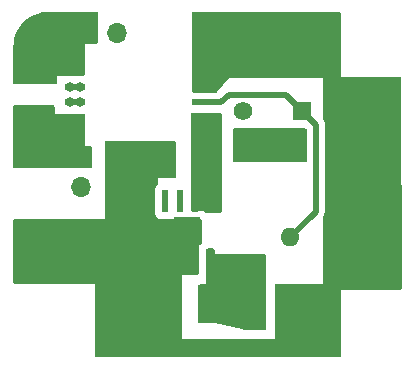
<source format=gtl>
G04 #@! TF.GenerationSoftware,KiCad,Pcbnew,(6.0.7-1)-1*
G04 #@! TF.CreationDate,2024-09-04T01:05:31+05:30*
G04 #@! TF.ProjectId,voltage_sensor,766f6c74-6167-4655-9f73-656e736f722e,rev?*
G04 #@! TF.SameCoordinates,Original*
G04 #@! TF.FileFunction,Copper,L1,Top*
G04 #@! TF.FilePolarity,Positive*
%FSLAX46Y46*%
G04 Gerber Fmt 4.6, Leading zero omitted, Abs format (unit mm)*
G04 Created by KiCad (PCBNEW (6.0.7-1)-1) date 2024-09-04 01:05:31*
%MOMM*%
%LPD*%
G01*
G04 APERTURE LIST*
G04 Aperture macros list*
%AMRoundRect*
0 Rectangle with rounded corners*
0 $1 Rounding radius*
0 $2 $3 $4 $5 $6 $7 $8 $9 X,Y pos of 4 corners*
0 Add a 4 corners polygon primitive as box body*
4,1,4,$2,$3,$4,$5,$6,$7,$8,$9,$2,$3,0*
0 Add four circle primitives for the rounded corners*
1,1,$1+$1,$2,$3*
1,1,$1+$1,$4,$5*
1,1,$1+$1,$6,$7*
1,1,$1+$1,$8,$9*
0 Add four rect primitives between the rounded corners*
20,1,$1+$1,$2,$3,$4,$5,0*
20,1,$1+$1,$4,$5,$6,$7,0*
20,1,$1+$1,$6,$7,$8,$9,0*
20,1,$1+$1,$8,$9,$2,$3,0*%
G04 Aperture macros list end*
G04 #@! TA.AperFunction,ComponentPad*
%ADD10R,1.560000X1.560000*%
G04 #@! TD*
G04 #@! TA.AperFunction,ComponentPad*
%ADD11C,1.560000*%
G04 #@! TD*
G04 #@! TA.AperFunction,ComponentPad*
%ADD12RoundRect,0.250000X-0.600000X-0.750000X0.600000X-0.750000X0.600000X0.750000X-0.600000X0.750000X0*%
G04 #@! TD*
G04 #@! TA.AperFunction,ComponentPad*
%ADD13O,1.700000X2.000000*%
G04 #@! TD*
G04 #@! TA.AperFunction,ComponentPad*
%ADD14C,1.600000*%
G04 #@! TD*
G04 #@! TA.AperFunction,ComponentPad*
%ADD15O,1.600000X1.600000*%
G04 #@! TD*
G04 #@! TA.AperFunction,SMDPad,CuDef*
%ADD16RoundRect,0.250000X0.412500X1.100000X-0.412500X1.100000X-0.412500X-1.100000X0.412500X-1.100000X0*%
G04 #@! TD*
G04 #@! TA.AperFunction,SMDPad,CuDef*
%ADD17RoundRect,0.250000X1.100000X-0.412500X1.100000X0.412500X-1.100000X0.412500X-1.100000X-0.412500X0*%
G04 #@! TD*
G04 #@! TA.AperFunction,SMDPad,CuDef*
%ADD18R,0.558800X1.981200*%
G04 #@! TD*
G04 #@! TA.AperFunction,SMDPad,CuDef*
%ADD19R,2.311400X2.311400*%
G04 #@! TD*
G04 #@! TA.AperFunction,ComponentPad*
%ADD20R,1.700000X1.700000*%
G04 #@! TD*
G04 #@! TA.AperFunction,ComponentPad*
%ADD21O,1.700000X1.700000*%
G04 #@! TD*
G04 #@! TA.AperFunction,SMDPad,CuDef*
%ADD22R,1.701800X0.558800*%
G04 #@! TD*
G04 #@! TA.AperFunction,ViaPad*
%ADD23C,0.800000*%
G04 #@! TD*
G04 #@! TA.AperFunction,Conductor*
%ADD24C,0.500000*%
G04 #@! TD*
G04 APERTURE END LIST*
D10*
X118745000Y-72161400D03*
D11*
X116245000Y-67161400D03*
X113745000Y-72161400D03*
D12*
X114828000Y-89670400D03*
D13*
X117328000Y-89670400D03*
D14*
X114528600Y-85420200D03*
D15*
X114528600Y-75260200D03*
D16*
X110490000Y-76276200D03*
X107365000Y-76276200D03*
D17*
X96418400Y-72326900D03*
X96418400Y-69201900D03*
D18*
X110896400Y-79806800D03*
X109626400Y-79806800D03*
X108356400Y-79806800D03*
X107086400Y-79806800D03*
X107086400Y-84734400D03*
X108356400Y-84734400D03*
X109626400Y-84734400D03*
X110896400Y-84734400D03*
D19*
X108991400Y-82270600D03*
D20*
X100025200Y-76073000D03*
D21*
X100025200Y-78613000D03*
D22*
X110286800Y-72669400D03*
X110286800Y-71399400D03*
X110286800Y-70129400D03*
X110286800Y-68859400D03*
X99517200Y-68859400D03*
X99517200Y-70129400D03*
X99517200Y-71399400D03*
X99517200Y-72669400D03*
D14*
X117729000Y-75209400D03*
D15*
X117729000Y-82829400D03*
D16*
X110617000Y-88290400D03*
X107492000Y-88290400D03*
D20*
X100533200Y-65532000D03*
D21*
X103073200Y-65532000D03*
D23*
X107340400Y-75412600D03*
X105664000Y-86055200D03*
X107492800Y-89128600D03*
X112039400Y-68808600D03*
X105664000Y-83921600D03*
X110007400Y-67716400D03*
X112039400Y-66700400D03*
X110007400Y-66700400D03*
X110998000Y-66700400D03*
X110998000Y-67716400D03*
X105664000Y-84988400D03*
X112039400Y-67716400D03*
X107492800Y-87477600D03*
X107340400Y-77063600D03*
X99085400Y-71424800D03*
X99923600Y-71424800D03*
X99110800Y-70129400D03*
X99949000Y-70129400D03*
D24*
X117348000Y-70764400D02*
X118745000Y-72161400D01*
X119888000Y-73304400D02*
X118745000Y-72161400D01*
X112522000Y-70764400D02*
X117348000Y-70764400D01*
X117729000Y-82829400D02*
X119888000Y-80670400D01*
X110286800Y-71399400D02*
X111887000Y-71399400D01*
X111887000Y-71399400D02*
X112522000Y-70764400D01*
X119888000Y-80670400D02*
X119888000Y-73304400D01*
G04 #@! TA.AperFunction,Conductor*
G36*
X121996200Y-92883908D02*
G01*
X121976198Y-92952029D01*
X121922542Y-92998522D01*
X121869964Y-93009908D01*
X118226274Y-93003059D01*
X116584763Y-92999973D01*
X116516680Y-92979843D01*
X116470288Y-92926100D01*
X116459000Y-92873973D01*
X116459000Y-86892400D01*
X116479002Y-86824279D01*
X116532658Y-86777786D01*
X116585000Y-86766400D01*
X120523000Y-86766400D01*
X120523000Y-81129700D01*
X120539266Y-81072401D01*
X120537734Y-81071684D01*
X120568655Y-81005525D01*
X120570561Y-81001625D01*
X120603769Y-80936592D01*
X120605508Y-80929484D01*
X120607607Y-80923841D01*
X120609524Y-80918078D01*
X120612622Y-80911450D01*
X120627487Y-80839983D01*
X120628457Y-80835699D01*
X120644473Y-80770245D01*
X120645808Y-80764790D01*
X120646500Y-80753636D01*
X120646536Y-80753638D01*
X120646775Y-80749645D01*
X120647149Y-80745453D01*
X120648640Y-80738285D01*
X120646546Y-80660879D01*
X120646500Y-80657472D01*
X120646500Y-73371470D01*
X120647933Y-73352520D01*
X120650099Y-73338285D01*
X120650099Y-73338281D01*
X120651199Y-73331051D01*
X120649655Y-73312061D01*
X120646915Y-73278382D01*
X120646500Y-73268167D01*
X120646500Y-73260107D01*
X120643211Y-73231893D01*
X120642778Y-73227518D01*
X120637454Y-73162061D01*
X120637453Y-73162058D01*
X120636860Y-73154763D01*
X120634604Y-73147799D01*
X120633413Y-73141840D01*
X120632029Y-73135985D01*
X120631182Y-73128719D01*
X120606265Y-73060073D01*
X120604848Y-73055945D01*
X120584607Y-72993464D01*
X120584606Y-72993462D01*
X120582351Y-72986501D01*
X120578555Y-72980246D01*
X120576049Y-72974772D01*
X120573330Y-72969343D01*
X120570833Y-72962463D01*
X120543627Y-72920968D01*
X120523000Y-72851884D01*
X120523000Y-69367400D01*
X112522000Y-69367400D01*
X112518998Y-69371153D01*
X112514586Y-69376668D01*
X111543830Y-70590112D01*
X111485657Y-70630810D01*
X111445441Y-70637400D01*
X111321927Y-70637400D01*
X111277697Y-70629382D01*
X111248016Y-70618255D01*
X111185834Y-70611500D01*
X109549200Y-70611500D01*
X109481079Y-70591498D01*
X109434586Y-70537842D01*
X109423200Y-70485500D01*
X109423200Y-68351400D01*
X111506000Y-68351400D01*
X111506000Y-67843400D01*
X112522000Y-66192400D01*
X121996200Y-66192400D01*
X121996200Y-92883908D01*
G37*
G04 #@! TD.AperFunction*
G04 #@! TA.AperFunction,Conductor*
G36*
X115613721Y-84271802D02*
G01*
X115660214Y-84325458D01*
X115671600Y-84377800D01*
X115671600Y-90552000D01*
X115651598Y-90620121D01*
X115597942Y-90666614D01*
X115545600Y-90678000D01*
X113982393Y-90678000D01*
X113957454Y-90675507D01*
X113920277Y-90668000D01*
X113612356Y-90605824D01*
X111330727Y-90145110D01*
X111330717Y-90145108D01*
X111328200Y-90144600D01*
X110057200Y-90144600D01*
X109989079Y-90124598D01*
X109942586Y-90070942D01*
X109931200Y-90018600D01*
X109931200Y-86968600D01*
X109951202Y-86900479D01*
X110004858Y-86853986D01*
X110057200Y-86842600D01*
X110617000Y-86842600D01*
X110617000Y-84251800D01*
X115545600Y-84251800D01*
X115613721Y-84271802D01*
G37*
G04 #@! TD.AperFunction*
G04 #@! TA.AperFunction,Conductor*
G36*
X111854521Y-72308402D02*
G01*
X111901014Y-72362058D01*
X111912400Y-72414400D01*
X111912400Y-80671400D01*
X111892398Y-80739521D01*
X111838742Y-80786014D01*
X111786400Y-80797400D01*
X110606513Y-80797400D01*
X110538392Y-80777398D01*
X110517418Y-80760495D01*
X110515742Y-80758819D01*
X110510361Y-80751639D01*
X110393805Y-80664285D01*
X110257416Y-80613155D01*
X110195234Y-80606400D01*
X109473000Y-80606400D01*
X109404879Y-80586398D01*
X109358386Y-80532742D01*
X109347000Y-80480400D01*
X109347000Y-72414400D01*
X109367002Y-72346279D01*
X109420658Y-72299786D01*
X109473000Y-72288400D01*
X111786400Y-72288400D01*
X111854521Y-72308402D01*
G37*
G04 #@! TD.AperFunction*
G04 #@! TA.AperFunction,Conductor*
G36*
X108585000Y-92984936D02*
G01*
X101344763Y-92971326D01*
X101276680Y-92951196D01*
X101230288Y-92897453D01*
X101219000Y-92845326D01*
X101219000Y-86410800D01*
X108585000Y-86410800D01*
X108585000Y-92984936D01*
G37*
G04 #@! TD.AperFunction*
G04 #@! TA.AperFunction,Conductor*
G36*
X107993721Y-74721402D02*
G01*
X108040214Y-74775058D01*
X108051600Y-74827400D01*
X108051600Y-77725000D01*
X108031598Y-77793121D01*
X107977942Y-77839614D01*
X107925600Y-77851000D01*
X106502200Y-77851000D01*
X106502200Y-78346098D01*
X106482198Y-78414219D01*
X106457173Y-78441112D01*
X106457269Y-78441208D01*
X106454604Y-78443873D01*
X106451765Y-78446924D01*
X106443739Y-78452939D01*
X106356385Y-78569495D01*
X106305255Y-78705884D01*
X106298500Y-78768066D01*
X106298500Y-80845534D01*
X106305255Y-80907716D01*
X106356385Y-81044105D01*
X106443739Y-81160661D01*
X106451765Y-81166676D01*
X106452392Y-81167515D01*
X106457269Y-81172392D01*
X106456565Y-81173096D01*
X106494280Y-81223534D01*
X106502200Y-81267502D01*
X106502200Y-81737200D01*
X102006400Y-81737200D01*
X102006400Y-74827400D01*
X102026402Y-74759279D01*
X102080058Y-74712786D01*
X102132400Y-74701400D01*
X107925600Y-74701400D01*
X107993721Y-74721402D01*
G37*
G04 #@! TD.AperFunction*
G04 #@! TA.AperFunction,Conductor*
G36*
X97706721Y-71673402D02*
G01*
X97753214Y-71727058D01*
X97764600Y-71779400D01*
X97764600Y-72390000D01*
X100254800Y-72390000D01*
X100322921Y-72410002D01*
X100369414Y-72463658D01*
X100380800Y-72516000D01*
X100380800Y-75133200D01*
X100813600Y-75133200D01*
X100881721Y-75153202D01*
X100928214Y-75206858D01*
X100939600Y-75259200D01*
X100939600Y-76861400D01*
X100919598Y-76929521D01*
X100865942Y-76976014D01*
X100813600Y-76987400D01*
X94389164Y-76987400D01*
X94321043Y-76967398D01*
X94274550Y-76913742D01*
X94263164Y-76861125D01*
X94273362Y-72180545D01*
X94274236Y-71779125D01*
X94294387Y-71711048D01*
X94348144Y-71664673D01*
X94400236Y-71653400D01*
X97638600Y-71653400D01*
X97706721Y-71673402D01*
G37*
G04 #@! TD.AperFunction*
G04 #@! TA.AperFunction,Conductor*
G36*
X106755794Y-81305566D02*
G01*
X106758866Y-81305900D01*
X107413934Y-81305900D01*
X107417006Y-81305566D01*
X107423165Y-81305400D01*
X108019635Y-81305400D01*
X108025794Y-81305566D01*
X108028866Y-81305900D01*
X108683934Y-81305900D01*
X108687006Y-81305566D01*
X108693165Y-81305400D01*
X109289635Y-81305400D01*
X109295794Y-81305566D01*
X109298866Y-81305900D01*
X109953934Y-81305900D01*
X109957006Y-81305566D01*
X109963165Y-81305400D01*
X110110000Y-81305400D01*
X110178121Y-81325402D01*
X110224614Y-81379058D01*
X110236000Y-81431400D01*
X110236000Y-83338400D01*
X110215998Y-83406521D01*
X110162342Y-83453014D01*
X110110000Y-83464400D01*
X109982000Y-83464400D01*
X109982000Y-85878400D01*
X109961998Y-85946521D01*
X109908342Y-85993014D01*
X109856000Y-86004400D01*
X108585000Y-86004400D01*
X108585000Y-91465400D01*
X116459000Y-91465400D01*
X116459000Y-88163400D01*
X118237000Y-88163400D01*
X118237000Y-92989400D01*
X110959845Y-92989400D01*
X106680000Y-92981355D01*
X106680000Y-81305400D01*
X106749635Y-81305400D01*
X106755794Y-81305566D01*
G37*
G04 #@! TD.AperFunction*
G04 #@! TA.AperFunction,Conductor*
G36*
X106755794Y-81305566D02*
G01*
X106758866Y-81305900D01*
X107413934Y-81305900D01*
X107417006Y-81305566D01*
X107423165Y-81305400D01*
X107924600Y-81305400D01*
X107924600Y-86766400D01*
X94367859Y-86766400D01*
X94299738Y-86746398D01*
X94253245Y-86692742D01*
X94241859Y-86640125D01*
X94253208Y-81431125D01*
X94273359Y-81363048D01*
X94327116Y-81316673D01*
X94379208Y-81305400D01*
X106749635Y-81305400D01*
X106755794Y-81305566D01*
G37*
G04 #@! TD.AperFunction*
G04 #@! TA.AperFunction,Conductor*
G36*
X119071621Y-73654602D02*
G01*
X119118114Y-73708258D01*
X119129500Y-73760600D01*
X119129500Y-76353400D01*
X119109498Y-76421521D01*
X119055842Y-76468014D01*
X119003500Y-76479400D01*
X112978200Y-76479400D01*
X112910079Y-76459398D01*
X112863586Y-76405742D01*
X112852200Y-76353400D01*
X112852200Y-73760600D01*
X112872202Y-73692479D01*
X112925858Y-73645986D01*
X112978200Y-73634600D01*
X119003500Y-73634600D01*
X119071621Y-73654602D01*
G37*
G04 #@! TD.AperFunction*
G04 #@! TA.AperFunction,Conductor*
G36*
X127090282Y-69311202D02*
G01*
X127136775Y-69364858D01*
X127148161Y-69417177D01*
X127151381Y-87199177D01*
X127131391Y-87267302D01*
X127077744Y-87313804D01*
X127025381Y-87325200D01*
X121564400Y-87325200D01*
X121564400Y-69291200D01*
X127022161Y-69291200D01*
X127090282Y-69311202D01*
G37*
G04 #@! TD.AperFunction*
G04 #@! TA.AperFunction,Conductor*
G36*
X111270321Y-83814602D02*
G01*
X111316814Y-83868258D01*
X111328200Y-83920600D01*
X111328200Y-89636600D01*
X109931200Y-89636600D01*
X109931200Y-86968600D01*
X109951202Y-86900479D01*
X110004858Y-86853986D01*
X110057200Y-86842600D01*
X110617000Y-86842600D01*
X110617000Y-83920600D01*
X110637002Y-83852479D01*
X110690658Y-83805986D01*
X110743000Y-83794600D01*
X111202200Y-83794600D01*
X111270321Y-83814602D01*
G37*
G04 #@! TD.AperFunction*
G04 #@! TA.AperFunction,Conductor*
G36*
X121870222Y-63758365D02*
G01*
X121938337Y-63778377D01*
X121984822Y-63832040D01*
X121996200Y-63884364D01*
X121996200Y-68580000D01*
X109423200Y-68580000D01*
X109423200Y-63882432D01*
X109443202Y-63814311D01*
X109496858Y-63767818D01*
X109549219Y-63756432D01*
X121870222Y-63758365D01*
G37*
G04 #@! TD.AperFunction*
G04 #@! TA.AperFunction,Conductor*
G36*
X101347021Y-63755145D02*
G01*
X101415137Y-63775158D01*
X101461622Y-63828821D01*
X101473000Y-63881145D01*
X101473000Y-66320400D01*
X101452998Y-66388521D01*
X101399342Y-66435014D01*
X101347000Y-66446400D01*
X100380800Y-66446400D01*
X100380800Y-69038200D01*
X100360798Y-69106321D01*
X100307142Y-69152814D01*
X100254800Y-69164200D01*
X97942400Y-69164200D01*
X97942400Y-69774800D01*
X97922398Y-69842921D01*
X97868742Y-69889414D01*
X97816400Y-69900800D01*
X94404604Y-69900800D01*
X94336483Y-69880798D01*
X94289990Y-69827142D01*
X94278604Y-69774526D01*
X94285184Y-66754063D01*
X94286929Y-66733440D01*
X94290376Y-66712952D01*
X94290529Y-66700400D01*
X94289840Y-66695590D01*
X94289839Y-66695572D01*
X94288551Y-66686581D01*
X94287476Y-66661654D01*
X94299564Y-66446400D01*
X94303426Y-66377625D01*
X94305008Y-66363588D01*
X94309975Y-66334359D01*
X94357975Y-66051852D01*
X94361119Y-66038077D01*
X94448656Y-65734229D01*
X94453323Y-65720892D01*
X94574328Y-65428759D01*
X94580459Y-65416028D01*
X94733411Y-65139283D01*
X94740928Y-65127319D01*
X94923910Y-64869430D01*
X94932720Y-64858383D01*
X95143419Y-64622610D01*
X95153410Y-64612619D01*
X95389183Y-64401920D01*
X95400230Y-64393110D01*
X95658119Y-64210128D01*
X95670083Y-64202611D01*
X95829296Y-64114617D01*
X95946832Y-64049657D01*
X95959555Y-64043530D01*
X96071339Y-63997228D01*
X96251692Y-63922523D01*
X96265029Y-63917856D01*
X96568877Y-63830319D01*
X96582652Y-63827175D01*
X96738520Y-63800691D01*
X96894393Y-63774207D01*
X96908427Y-63772626D01*
X96979808Y-63768618D01*
X97188794Y-63756882D01*
X97215238Y-63758183D01*
X97216051Y-63758310D01*
X97216055Y-63758310D01*
X97224924Y-63759691D01*
X97256440Y-63755569D01*
X97272788Y-63754506D01*
X101347021Y-63755145D01*
G37*
G04 #@! TD.AperFunction*
M02*

</source>
